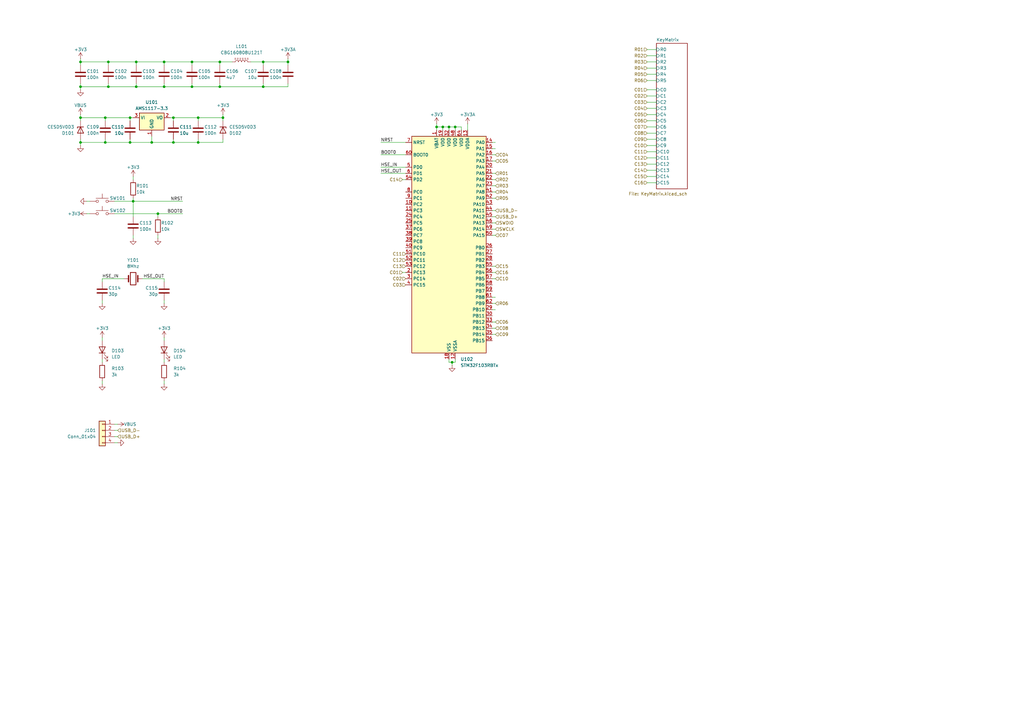
<source format=kicad_sch>
(kicad_sch (version 20231120) (generator "eeschema") (generator_version "8.0")
  (paper "A3")
  (title_block (title "SCKB-XIN") (date "2024-10-05") (rev "1") (company "Scott CJX"))
  (lib_symbols
    (symbol "Connector_Generic:Conn_01x04" (pin_names (offset 1.016) hide)
      (property "Reference" "J" (at 0 5.08 0))
      (property "Value" "Conn_01x04" (at 0 -7.62 0))
      (symbol "Conn_01x04_1_1"
        (rectangle (start -1.27 -4.953) (end 0 -5.207) (stroke (width 0.1524)))
        (rectangle (start -1.27 -2.413) (end 0 -2.667) (stroke (width 0.1524)))
        (rectangle (start -1.27 0.127) (end 0 -0.127) (stroke (width 0.1524)))
        (rectangle (start -1.27 2.667) (end 0 2.413) (stroke (width 0.1524)))
        (rectangle (start -1.27 3.81) (end 1.27 -6.35) (stroke (width 0.254)) (fill (type background)))
        (pin passive line (at -5.08 2.54 0) (length 3.81) (name "Pin_1") (number "1"))
        (pin passive line (at -5.08 0 0) (length 3.81) (name "Pin_2") (number "2"))
        (pin passive line (at -5.08 -2.54 0) (length 3.81) (name "Pin_3") (number "3"))
        (pin passive line (at -5.08 -5.08 0) (length 3.81) (name "Pin_4") (number "4"))
      )
    )
    (symbol "Device:C" (pin_numbers hide) (pin_names (offset 0.254))
      (property "Reference" "C" (at 0.635 2.54 0))
      (property "Value" "C" (at 0.635 -2.54 0))
      (symbol "C_0_1"
        (polyline (pts (xy -2.032 -0.762) (xy 2.032 -0.762)) (stroke (width 0.508)))
        (polyline (pts (xy -2.032 0.762) (xy 2.032 0.762)) (stroke (width 0.508)))
      )
      (symbol "C_1_1"
        (pin passive line (at 0 3.81 270) (length 2.794) (name "~") (number "1"))
        (pin passive line (at 0 -3.81 90) (length 2.794) (name "~") (number "2"))
      )
    )
    (symbol "Device:Crystal" (pin_numbers hide) (pin_names (offset 1.016) hide)
      (property "Reference" "Y" (at 0 3.81 0))
      (property "Value" "Crystal" (at 0 -3.81 0))
      (symbol "Crystal_0_1"
        (rectangle (start -1.143 2.54) (end 1.143 -2.54) (stroke (width 0.3048)))
        (polyline (pts (xy -2.54 0) (xy -1.905 0)))
        (polyline (pts (xy -1.905 -1.27) (xy -1.905 1.27)) (stroke (width 0.508)))
        (polyline (pts (xy 1.905 -1.27) (xy 1.905 1.27)) (stroke (width 0.508)))
        (polyline (pts (xy 2.54 0) (xy 1.905 0)))
      )
      (symbol "Crystal_1_1"
        (pin passive line (at -3.81 0 0) (length 1.27) (name "1") (number "1"))
        (pin passive line (at 3.81 0 180) (length 1.27) (name "2") (number "2"))
      )
    )
    (symbol "Device:D_Zener" (pin_numbers hide) (pin_names (offset 1.016) hide)
      (property "Reference" "D" (at 0 2.54 0))
      (property "Value" "D_Zener" (at 0 -2.54 0))
      (symbol "D_Zener_0_1"
        (polyline (pts (xy 1.27 0) (xy -1.27 0)))
        (polyline (pts (xy -1.27 -1.27) (xy -1.27 1.27) (xy -0.762 1.27)) (stroke (width 0.254)))
        (polyline (pts (xy 1.27 -1.27) (xy 1.27 1.27) (xy -1.27 0) (xy 1.27 -1.27)) (stroke (width 0.254)))
      )
      (symbol "D_Zener_1_1"
        (pin passive line (at -3.81 0 0) (length 2.54) (name "K") (number "1"))
        (pin passive line (at 3.81 0 180) (length 2.54) (name "A") (number "2"))
      )
    )
    (symbol "Device:LED" (pin_numbers hide) (pin_names (offset 1.016) hide)
      (property "Reference" "D" (at 0 2.54 0))
      (property "Value" "LED" (at 0 -2.54 0))
      (symbol "LED_0_1"
        (polyline (pts (xy -1.27 -1.27) (xy -1.27 1.27)) (stroke (width 0.254)))
        (polyline (pts (xy -1.27 0) (xy 1.27 0)))
        (polyline (pts (xy 1.27 -1.27) (xy 1.27 1.27) (xy -1.27 0) (xy 1.27 -1.27)) (stroke (width 0.254)))
        (polyline (pts (xy -3.048 -0.762) (xy -4.572 -2.286) (xy -3.81 -2.286) (xy -4.572 -2.286) (xy -4.572 -1.524)))
        (polyline (pts (xy -1.778 -0.762) (xy -3.302 -2.286) (xy -2.54 -2.286) (xy -3.302 -2.286) (xy -3.302 -1.524)))
      )
      (symbol "LED_1_1"
        (pin passive line (at -3.81 0 0) (length 2.54) (name "K") (number "1"))
        (pin passive line (at 3.81 0 180) (length 2.54) (name "A") (number "2"))
      )
    )
    (symbol "Device:L_Ferrite" (pin_numbers hide) (pin_names (offset 1.016) hide)
      (property "Reference" "L" (at -1.27 0 90))
      (property "Value" "L_Ferrite" (at 2.794 0 90))
      (symbol "L_Ferrite_0_1"
        (arc (start 0 -2.54) (mid 0.6323 -1.905) (end 0 -1.27))
        (arc (start 0 -1.27) (mid 0.6323 -0.635) (end 0 0))
        (polyline (pts (xy 1.016 -2.794) (xy 1.016 -2.286)))
        (polyline (pts (xy 1.016 -1.778) (xy 1.016 -1.27)))
        (polyline (pts (xy 1.016 -0.762) (xy 1.016 -0.254)))
        (polyline (pts (xy 1.016 0.254) (xy 1.016 0.762)))
        (polyline (pts (xy 1.016 1.27) (xy 1.016 1.778)))
        (polyline (pts (xy 1.016 2.286) (xy 1.016 2.794)))
        (polyline (pts (xy 1.524 -2.286) (xy 1.524 -2.794)))
        (polyline (pts (xy 1.524 -1.27) (xy 1.524 -1.778)))
        (polyline (pts (xy 1.524 -0.254) (xy 1.524 -0.762)))
        (polyline (pts (xy 1.524 0.762) (xy 1.524 0.254)))
        (polyline (pts (xy 1.524 1.778) (xy 1.524 1.27)))
        (polyline (pts (xy 1.524 2.794) (xy 1.524 2.286)))
        (arc (start 0 0) (mid 0.6323 0.635) (end 0 1.27))
        (arc (start 0 1.27) (mid 0.6323 1.905) (end 0 2.54))
      )
      (symbol "L_Ferrite_1_1"
        (pin passive line (at 0 3.81 270) (length 1.27) (name "1") (number "1"))
        (pin passive line (at 0 -3.81 90) (length 1.27) (name "2") (number "2"))
      )
    )
    (symbol "Device:R" (pin_numbers hide) (pin_names (offset 0))
      (property "Reference" "R" (at 2.032 0 90))
      (property "Value" "R" (at 0 0 90))
      (symbol "R_0_1"
        (rectangle (start -1.016 -2.54) (end 1.016 2.54) (stroke (width 0.254)))
      )
      (symbol "R_1_1"
        (pin passive line (at 0 3.81 270) (length 1.27) (name "~") (number "1"))
        (pin passive line (at 0 -3.81 90) (length 1.27) (name "~") (number "2"))
      )
    )
    (symbol "MCU_ST_STM32F1:STM32F103RBTx"
      (property "Reference" "U" (at -15.24 46.99 0))
      (property "Value" "STM32F103RBTx" (at 10.16 46.99 0))
      (symbol "STM32F103RBTx_0_1"
        (rectangle (start -15.24 -43.18) (end 15.24 45.72) (stroke (width 0.254)) (fill (type background)))
      )
      (symbol "STM32F103RBTx_1_1"
        (pin power_in line (at -5.08 48.26 270) (length 2.54) (name "VBAT") (number "1"))
        (pin bidirectional line (at -17.78 17.78 0) (length 2.54) (name "PC2") (number "10"))
        (pin bidirectional line (at -17.78 15.24 0) (length 2.54) (name "PC3") (number "11"))
        (pin power_in line (at 2.54 -45.72 90) (length 2.54) (name "VSSA") (number "12"))
        (pin power_in line (at 7.62 48.26 270) (length 2.54) (name "VDDA") (number "13"))
        (pin bidirectional line (at 17.78 43.18 180) (length 2.54) (name "PA0") (number "14"))
        (pin bidirectional line (at 17.78 40.64 180) (length 2.54) (name "PA1") (number "15"))
        (pin bidirectional line (at 17.78 38.1 180) (length 2.54) (name "PA2") (number "16"))
        (pin bidirectional line (at 17.78 35.56 180) (length 2.54) (name "PA3") (number "17"))
        (pin power_in line (at 0 -45.72 90) (length 2.54) (name "VSS") (number "18"))
        (pin power_in line (at -2.54 48.26 270) (length 2.54) (name "VDD") (number "19"))
        (pin bidirectional line (at -17.78 -10.16 0) (length 2.54) (name "PC13") (number "2"))
        (pin bidirectional line (at 17.78 33.02 180) (length 2.54) (name "PA4") (number "20"))
        (pin bidirectional line (at 17.78 30.48 180) (length 2.54) (name "PA5") (number "21"))
        (pin bidirectional line (at 17.78 27.94 180) (length 2.54) (name "PA6") (number "22"))
        (pin bidirectional line (at 17.78 25.4 180) (length 2.54) (name "PA7") (number "23"))
        (pin bidirectional line (at -17.78 12.7 0) (length 2.54) (name "PC4") (number "24"))
        (pin bidirectional line (at -17.78 10.16 0) (length 2.54) (name "PC5") (number "25"))
        (pin bidirectional line (at 17.78 0 180) (length 2.54) (name "PB0") (number "26"))
        (pin bidirectional line (at 17.78 -2.54 180) (length 2.54) (name "PB1") (number "27"))
        (pin bidirectional line (at 17.78 -5.08 180) (length 2.54) (name "PB2") (number "28"))
        (pin bidirectional line (at 17.78 -25.4 180) (length 2.54) (name "PB10") (number "29"))
        (pin bidirectional line (at -17.78 -12.7 0) (length 2.54) (name "PC14") (number "3"))
        (pin bidirectional line (at 17.78 -27.94 180) (length 2.54) (name "PB11") (number "30"))
        (pin passive line (at 0 -45.72 90) (length 2.54) hide (name "VSS") (number "31"))
        (pin power_in line (at 0 48.26 270) (length 2.54) (name "VDD") (number "32"))
        (pin bidirectional line (at 17.78 -30.48 180) (length 2.54) (name "PB12") (number "33"))
        (pin bidirectional line (at 17.78 -33.02 180) (length 2.54) (name "PB13") (number "34"))
        (pin bidirectional line (at 17.78 -35.56 180) (length 2.54) (name "PB14") (number "35"))
        (pin bidirectional line (at 17.78 -38.1 180) (length 2.54) (name "PB15") (number "36"))
        (pin bidirectional line (at -17.78 7.62 0) (length 2.54) (name "PC6") (number "37"))
        (pin bidirectional line (at -17.78 5.08 0) (length 2.54) (name "PC7") (number "38"))
        (pin bidirectional line (at -17.78 2.54 0) (length 2.54) (name "PC8") (number "39"))
        (pin bidirectional line (at -17.78 -15.24 0) (length 2.54) (name "PC15") (number "4"))
        (pin bidirectional line (at -17.78 0 0) (length 2.54) (name "PC9") (number "40"))
        (pin bidirectional line (at 17.78 22.86 180) (length 2.54) (name "PA8") (number "41"))
        (pin bidirectional line (at 17.78 20.32 180) (length 2.54) (name "PA9") (number "42"))
        (pin bidirectional line (at 17.78 17.78 180) (length 2.54) (name "PA10") (number "43"))
        (pin bidirectional line (at 17.78 15.24 180) (length 2.54) (name "PA11") (number "44"))
        (pin bidirectional line (at 17.78 12.7 180) (length 2.54) (name "PA12") (number "45"))
        (pin bidirectional line (at 17.78 10.16 180) (length 2.54) (name "PA13") (number "46"))
        (pin passive line (at 0 -45.72 90) (length 2.54) hide (name "VSS") (number "47"))
        (pin power_in line (at 2.54 48.26 270) (length 2.54) (name "VDD") (number "48"))
        (pin bidirectional line (at 17.78 7.62 180) (length 2.54) (name "PA14") (number "49"))
        (pin bidirectional line (at -17.78 33.02 0) (length 2.54) (name "PD0") (number "5"))
        (pin bidirectional line (at 17.78 5.08 180) (length 2.54) (name "PA15") (number "50"))
        (pin bidirectional line (at -17.78 -2.54 0) (length 2.54) (name "PC10") (number "51"))
        (pin bidirectional line (at -17.78 -5.08 0) (length 2.54) (name "PC11") (number "52"))
        (pin bidirectional line (at -17.78 -7.62 0) (length 2.54) (name "PC12") (number "53"))
        (pin bidirectional line (at -17.78 27.94 0) (length 2.54) (name "PD2") (number "54"))
        (pin bidirectional line (at 17.78 -7.62 180) (length 2.54) (name "PB3") (number "55"))
        (pin bidirectional line (at 17.78 -10.16 180) (length 2.54) (name "PB4") (number "56"))
        (pin bidirectional line (at 17.78 -12.7 180) (length 2.54) (name "PB5") (number "57"))
        (pin bidirectional line (at 17.78 -15.24 180) (length 2.54) (name "PB6") (number "58"))
        (pin bidirectional line (at 17.78 -17.78 180) (length 2.54) (name "PB7") (number "59"))
        (pin bidirectional line (at -17.78 30.48 0) (length 2.54) (name "PD1") (number "6"))
        (pin input line (at -17.78 38.1 0) (length 2.54) (name "BOOT0") (number "60"))
        (pin bidirectional line (at 17.78 -20.32 180) (length 2.54) (name "PB8") (number "61"))
        (pin bidirectional line (at 17.78 -22.86 180) (length 2.54) (name "PB9") (number "62"))
        (pin passive line (at 0 -45.72 90) (length 2.54) hide (name "VSS") (number "63"))
        (pin power_in line (at 5.08 48.26 270) (length 2.54) (name "VDD") (number "64"))
        (pin input line (at -17.78 43.18 0) (length 2.54) (name "NRST") (number "7"))
        (pin bidirectional line (at -17.78 22.86 0) (length 2.54) (name "PC0") (number "8"))
        (pin bidirectional line (at -17.78 20.32 0) (length 2.54) (name "PC1") (number "9"))
      )
    )
    (symbol "Regulator_Linear:AMS1117-3.3"
      (property "Reference" "U" (at -3.81 3.175 0))
      (property "Value" "AMS1117-3.3" (at 0 3.175 0))
      (symbol "AMS1117-3.3_0_1"
        (rectangle (start -5.08 -5.08) (end 5.08 1.905) (stroke (width 0.254)) (fill (type background)))
      )
      (symbol "AMS1117-3.3_1_1"
        (pin power_in line (at 0 -7.62 90) (length 2.54) (name "GND") (number "1"))
        (pin power_out line (at 7.62 0 180) (length 2.54) (name "VO") (number "2"))
        (pin power_in line (at -7.62 0 0) (length 2.54) (name "VI") (number "3"))
      )
    )
    (symbol "Switch:SW_Push" (pin_numbers hide) (pin_names (offset 1.016) hide)
      (property "Reference" "SW" (at 1.27 2.54 0))
      (property "Value" "SW_Push" (at 0 -1.524 0))
      (symbol "SW_Push_0_1"
        (circle (center -2.032 0) (radius 0.508))
        (polyline (pts (xy 0 1.27) (xy 0 3.048)))
        (polyline (pts (xy 2.54 1.27) (xy -2.54 1.27)))
        (circle (center 2.032 0) (radius 0.508))
        (pin passive line (at -5.08 0 0) (length 2.54) (name "1") (number "1"))
        (pin passive line (at 5.08 0 180) (length 2.54) (name "2") (number "2"))
      )
    )
    (symbol "power:+3.3VA" (power) (pin_numbers hide) (pin_names (offset 0) hide)
      (property "Value" "+3.3VA" (at 0 3.556 0))
      (symbol "+3.3VA_0_1"
        (polyline (pts (xy -0.762 1.27) (xy 0 2.54)))
        (polyline (pts (xy 0 0) (xy 0 2.54)))
        (polyline (pts (xy 0 2.54) (xy 0.762 1.27)))
      )
      (symbol "+3.3VA_1_1"
        (pin power_in line (at 0 0 90) (length 0) (name "~") (number "1"))
      )
    )
    (symbol "power:+3V3" (power) (pin_numbers hide) (pin_names (offset 0) hide)
      (property "Value" "+3V3" (at 0 3.556 0))
      (symbol "+3V3_0_1"
        (polyline (pts (xy -0.762 1.27) (xy 0 2.54)))
        (polyline (pts (xy 0 0) (xy 0 2.54)))
        (polyline (pts (xy 0 2.54) (xy 0.762 1.27)))
      )
      (symbol "+3V3_1_1"
        (pin power_in line (at 0 0 90) (length 0) (name "~") (number "1"))
      )
    )
    (symbol "power:GND" (power) (pin_numbers hide) (pin_names (offset 0) hide)
      (property "Value" "GND" (at 0 -3.81 0))
      (symbol "GND_0_1"
        (polyline (pts (xy 0 0) (xy 0 -1.27) (xy 1.27 -1.27) (xy 0 -2.54) (xy -1.27 -1.27) (xy 0 -1.27)))
      )
      (symbol "GND_1_1"
        (pin power_in line (at 0 0 270) (length 0) (name "~") (number "1"))
      )
    )
    (symbol "power:VBUS" (power) (pin_numbers hide) (pin_names (offset 0) hide)
      (property "Value" "VBUS" (at 0 3.556 0))
      (symbol "VBUS_0_1"
        (polyline (pts (xy -0.762 1.27) (xy 0 2.54)))
        (polyline (pts (xy 0 0) (xy 0 2.54)))
        (polyline (pts (xy 0 2.54) (xy 0.762 1.27)))
      )
      (symbol "VBUS_1_1"
        (pin power_in line (at 0 0 90) (length 0) (name "~") (number "1"))
      )
    )
  )
  (junction (at 184.15 52.07))
  (junction (at 53.34 58.42))
  (junction (at 64.77 87.63))
  (junction (at 181.61 52.07))
  (junction (at 67.31 35.56))
  (junction (at 33.02 48.26))
  (junction (at 33.02 58.42))
  (junction (at 55.88 35.56))
  (junction (at 44.45 35.56))
  (junction (at 71.12 58.42))
  (junction (at 33.02 35.56))
  (junction (at 78.74 35.56))
  (junction (at 67.31 25.4))
  (junction (at 78.74 25.4))
  (junction (at 71.12 48.26))
  (junction (at 90.17 35.56))
  (junction (at 54.61 82.55))
  (junction (at 33.02 25.4))
  (junction (at 179.07 52.07))
  (junction (at 91.44 48.26))
  (junction (at 44.45 25.4))
  (junction (at 81.28 48.26))
  (junction (at 90.17 25.4))
  (junction (at 107.95 35.56))
  (junction (at 186.69 52.07))
  (junction (at 53.34 48.26))
  (junction (at 118.11 25.4))
  (junction (at 43.18 58.42))
  (junction (at 43.18 48.26))
  (junction (at 81.28 58.42))
  (junction (at 55.88 25.4))
  (junction (at 185.42 148.59))
  (junction (at 107.95 25.4))
  (junction (at 62.23 58.42))
  (wire (pts (xy 71.12 48.26) (xy 71.12 49.53)))
  (wire (pts (xy 64.77 87.63) (xy 74.93 87.63)))
  (wire (pts (xy 55.88 25.4) (xy 67.31 25.4)))
  (wire (pts (xy 33.02 59.69) (xy 33.02 58.42)))
  (wire (pts (xy 118.11 24.13) (xy 118.11 25.4)))
  (wire (pts (xy 44.45 25.4) (xy 55.88 25.4)))
  (wire (pts (xy 81.28 48.26) (xy 81.28 49.53)))
  (wire (pts (xy 33.02 25.4) (xy 44.45 25.4)))
  (wire (pts (xy 156.21 68.58) (xy 166.37 68.58)))
  (wire (pts (xy 55.88 35.56) (xy 55.88 34.29)))
  (wire (pts (xy 265.43 33.02) (xy 269.24 33.02)))
  (wire (pts (xy 71.12 57.15) (xy 71.12 58.42)))
  (wire (pts (xy 265.43 72.39) (xy 269.24 72.39)))
  (wire (pts (xy 48.26 181.61) (xy 46.99 181.61)))
  (wire (pts (xy 33.02 58.42) (xy 43.18 58.42)))
  (wire (pts (xy 54.61 82.55) (xy 74.93 82.55)))
  (wire (pts (xy 203.2 109.22) (xy 201.93 109.22)))
  (wire (pts (xy 203.2 127) (xy 201.93 127)))
  (wire (pts (xy 156.21 58.42) (xy 166.37 58.42)))
  (wire (pts (xy 265.43 57.15) (xy 269.24 57.15)))
  (wire (pts (xy 265.43 67.31) (xy 269.24 67.31)))
  (wire (pts (xy 67.31 25.4) (xy 78.74 25.4)))
  (wire (pts (xy 203.2 58.42) (xy 201.93 58.42)))
  (wire (pts (xy 203.2 134.62) (xy 201.93 134.62)))
  (wire (pts (xy 67.31 147.32) (xy 67.31 148.59)))
  (wire (pts (xy 33.02 48.26) (xy 43.18 48.26)))
  (wire (pts (xy 203.2 71.12) (xy 201.93 71.12)))
  (wire (pts (xy 78.74 25.4) (xy 90.17 25.4)))
  (wire (pts (xy 265.43 74.93) (xy 269.24 74.93)))
  (wire (pts (xy 191.77 50.8) (xy 191.77 53.34)))
  (wire (pts (xy 81.28 48.26) (xy 91.44 48.26)))
  (wire (pts (xy 53.34 58.42) (xy 62.23 58.42)))
  (wire (pts (xy 184.15 52.07) (xy 186.69 52.07)))
  (wire (pts (xy 53.34 57.15) (xy 53.34 58.42)))
  (wire (pts (xy 203.2 121.92) (xy 201.93 121.92)))
  (wire (pts (xy 203.2 86.36) (xy 201.93 86.36)))
  (wire (pts (xy 91.44 49.53) (xy 91.44 48.26)))
  (wire (pts (xy 179.07 52.07) (xy 179.07 53.34)))
  (wire (pts (xy 90.17 25.4) (xy 90.17 26.67)))
  (wire (pts (xy 186.69 147.32) (xy 186.69 148.59)))
  (wire (pts (xy 78.74 35.56) (xy 90.17 35.56)))
  (wire (pts (xy 165.1 73.66) (xy 166.37 73.66)))
  (wire (pts (xy 35.56 87.63) (xy 36.83 87.63)))
  (wire (pts (xy 186.69 52.07) (xy 189.23 52.07)))
  (wire (pts (xy 44.45 25.4) (xy 44.45 26.67)))
  (wire (pts (xy 265.43 69.85) (xy 269.24 69.85)))
  (wire (pts (xy 107.95 25.4) (xy 107.95 26.67)))
  (wire (pts (xy 185.42 149.86) (xy 185.42 148.59)))
  (wire (pts (xy 48.26 176.53) (xy 46.99 176.53)))
  (wire (pts (xy 54.61 81.28) (xy 54.61 82.55)))
  (wire (pts (xy 71.12 48.26) (xy 81.28 48.26)))
  (wire (pts (xy 54.61 96.52) (xy 54.61 97.79)))
  (wire (pts (xy 265.43 36.83) (xy 269.24 36.83)))
  (wire (pts (xy 71.12 48.26) (xy 69.85 48.26)))
  (wire (pts (xy 62.23 58.42) (xy 71.12 58.42)))
  (wire (pts (xy 55.88 35.56) (xy 67.31 35.56)))
  (wire (pts (xy 67.31 156.21) (xy 67.31 157.48)))
  (wire (pts (xy 43.18 57.15) (xy 43.18 58.42)))
  (wire (pts (xy 179.07 52.07) (xy 181.61 52.07)))
  (wire (pts (xy 44.45 35.56) (xy 55.88 35.56)))
  (wire (pts (xy 203.2 93.98) (xy 201.93 93.98)))
  (wire (pts (xy 265.43 20.32) (xy 269.24 20.32)))
  (wire (pts (xy 265.43 59.69) (xy 269.24 59.69)))
  (wire (pts (xy 203.2 76.2) (xy 201.93 76.2)))
  (wire (pts (xy 81.28 58.42) (xy 91.44 58.42)))
  (wire (pts (xy 46.99 87.63) (xy 64.77 87.63)))
  (wire (pts (xy 67.31 123.19) (xy 67.31 124.46)))
  (wire (pts (xy 265.43 64.77) (xy 269.24 64.77)))
  (wire (pts (xy 44.45 35.56) (xy 44.45 34.29)))
  (wire (pts (xy 54.61 82.55) (xy 54.61 88.9)))
  (wire (pts (xy 118.11 35.56) (xy 107.95 35.56)))
  (wire (pts (xy 118.11 34.29) (xy 118.11 35.56)))
  (wire (pts (xy 64.77 96.52) (xy 64.77 97.79)))
  (wire (pts (xy 33.02 57.15) (xy 33.02 58.42)))
  (wire (pts (xy 203.2 137.16) (xy 201.93 137.16)))
  (wire (pts (xy 189.23 52.07) (xy 189.23 53.34)))
  (wire (pts (xy 181.61 52.07) (xy 181.61 53.34)))
  (wire (pts (xy 91.44 57.15) (xy 91.44 58.42)))
  (wire (pts (xy 81.28 57.15) (xy 81.28 58.42)))
  (wire (pts (xy 203.2 73.66) (xy 201.93 73.66)))
  (wire (pts (xy 102.87 25.4) (xy 107.95 25.4)))
  (wire (pts (xy 35.56 82.55) (xy 36.83 82.55)))
  (wire (pts (xy 54.61 72.39) (xy 54.61 73.66)))
  (wire (pts (xy 67.31 25.4) (xy 67.31 26.67)))
  (wire (pts (xy 67.31 138.43) (xy 67.31 139.7)))
  (wire (pts (xy 41.91 114.3) (xy 50.8 114.3)))
  (wire (pts (xy 43.18 48.26) (xy 43.18 49.53)))
  (wire (pts (xy 265.43 39.37) (xy 269.24 39.37)))
  (wire (pts (xy 41.91 156.21) (xy 41.91 157.48)))
  (wire (pts (xy 91.44 46.99) (xy 91.44 48.26)))
  (wire (pts (xy 265.43 30.48) (xy 269.24 30.48)))
  (wire (pts (xy 62.23 55.88) (xy 62.23 58.42)))
  (wire (pts (xy 41.91 138.43) (xy 41.91 139.7)))
  (wire (pts (xy 33.02 25.4) (xy 33.02 26.67)))
  (wire (pts (xy 90.17 25.4) (xy 95.25 25.4)))
  (wire (pts (xy 203.2 124.46) (xy 201.93 124.46)))
  (wire (pts (xy 81.28 58.42) (xy 71.12 58.42)))
  (wire (pts (xy 265.43 41.91) (xy 269.24 41.91)))
  (wire (pts (xy 107.95 25.4) (xy 118.11 25.4)))
  (wire (pts (xy 203.2 111.76) (xy 201.93 111.76)))
  (wire (pts (xy 41.91 115.57) (xy 41.91 114.3)))
  (wire (pts (xy 33.02 35.56) (xy 33.02 36.83)))
  (wire (pts (xy 107.95 34.29) (xy 107.95 35.56)))
  (wire (pts (xy 78.74 25.4) (xy 78.74 26.67)))
  (wire (pts (xy 265.43 54.61) (xy 269.24 54.61)))
  (wire (pts (xy 265.43 22.86) (xy 269.24 22.86)))
  (wire (pts (xy 58.42 114.3) (xy 67.31 114.3)))
  (wire (pts (xy 156.21 71.12) (xy 166.37 71.12)))
  (wire (pts (xy 67.31 35.56) (xy 67.31 34.29)))
  (wire (pts (xy 165.1 111.76) (xy 166.37 111.76)))
  (wire (pts (xy 203.2 78.74) (xy 201.93 78.74)))
  (wire (pts (xy 203.2 81.28) (xy 201.93 81.28)))
  (wire (pts (xy 181.61 52.07) (xy 184.15 52.07)))
  (wire (pts (xy 185.42 148.59) (xy 184.15 148.59)))
  (wire (pts (xy 203.2 132.08) (xy 201.93 132.08)))
  (wire (pts (xy 203.2 63.5) (xy 201.93 63.5)))
  (wire (pts (xy 265.43 49.53) (xy 269.24 49.53)))
  (wire (pts (xy 33.02 24.13) (xy 33.02 25.4)))
  (wire (pts (xy 184.15 148.59) (xy 184.15 147.32)))
  (wire (pts (xy 203.2 60.96) (xy 201.93 60.96)))
  (wire (pts (xy 90.17 35.56) (xy 107.95 35.56)))
  (wire (pts (xy 48.26 179.07) (xy 46.99 179.07)))
  (wire (pts (xy 265.43 46.99) (xy 269.24 46.99)))
  (wire (pts (xy 33.02 46.99) (xy 33.02 48.26)))
  (wire (pts (xy 118.11 25.4) (xy 118.11 26.67)))
  (wire (pts (xy 48.26 173.99) (xy 46.99 173.99)))
  (wire (pts (xy 78.74 35.56) (xy 78.74 34.29)))
  (wire (pts (xy 33.02 35.56) (xy 33.02 34.29)))
  (wire (pts (xy 90.17 35.56) (xy 90.17 34.29)))
  (wire (pts (xy 203.2 96.52) (xy 201.93 96.52)))
  (wire (pts (xy 186.69 52.07) (xy 186.69 53.34)))
  (wire (pts (xy 53.34 48.26) (xy 54.61 48.26)))
  (wire (pts (xy 41.91 147.32) (xy 41.91 148.59)))
  (wire (pts (xy 265.43 62.23) (xy 269.24 62.23)))
  (wire (pts (xy 265.43 27.94) (xy 269.24 27.94)))
  (wire (pts (xy 33.02 35.56) (xy 44.45 35.56)))
  (wire (pts (xy 43.18 48.26) (xy 53.34 48.26)))
  (wire (pts (xy 186.69 148.59) (xy 185.42 148.59)))
  (wire (pts (xy 203.2 91.44) (xy 201.93 91.44)))
  (wire (pts (xy 156.21 63.5) (xy 166.37 63.5)))
  (wire (pts (xy 179.07 50.8) (xy 179.07 52.07)))
  (wire (pts (xy 67.31 114.3) (xy 67.31 115.57)))
  (wire (pts (xy 46.99 82.55) (xy 54.61 82.55)))
  (wire (pts (xy 184.15 52.07) (xy 184.15 53.34)))
  (wire (pts (xy 53.34 48.26) (xy 53.34 49.53)))
  (wire (pts (xy 41.91 123.19) (xy 41.91 124.46)))
  (wire (pts (xy 265.43 52.07) (xy 269.24 52.07)))
  (wire (pts (xy 33.02 48.26) (xy 33.02 49.53)))
  (wire (pts (xy 43.18 58.42) (xy 53.34 58.42)))
  (wire (pts (xy 203.2 88.9) (xy 201.93 88.9)))
  (wire (pts (xy 203.2 114.3) (xy 201.93 114.3)))
  (wire (pts (xy 55.88 25.4) (xy 55.88 26.67)))
  (wire (pts (xy 203.2 66.04) (xy 201.93 66.04)))
  (wire (pts (xy 67.31 35.56) (xy 78.74 35.56)))
  (wire (pts (xy 265.43 44.45) (xy 269.24 44.45)))
  (wire (pts (xy 265.43 25.4) (xy 269.24 25.4)))
  (wire (pts (xy 64.77 87.63) (xy 64.77 88.9)))
  (label "HSE_IN" (at 156.21 68.58 0))
  (label "BOOT0" (at 74.93 87.63 180))
  (label "BOOT0" (at 156.21 63.5 0))
  (label "NRST" (at 156.21 58.42 0))
  (label "NRST" (at 74.93 82.55 180))
  (label "HSE_OUT" (at 67.31 114.3 180))
  (label "HSE_OUT" (at 156.21 71.12 0))
  (label "HSE_IN" (at 41.91 114.3 0))
  (hierarchical_label "R04" (shape input) (at 265.43 27.94 180))
  (hierarchical_label "C09" (shape input) (at 265.43 57.15 180))
  (hierarchical_label "C06" (shape input) (at 203.2 132.08 0))
  (hierarchical_label "C16" (shape input) (at 203.2 111.76 0))
  (hierarchical_label "C14" (shape input) (at 165.1 73.66 180))
  (hierarchical_label "SWDIO" (shape input) (at 203.2 91.44 0))
  (hierarchical_label "C07" (shape input) (at 203.2 96.52 0))
  (hierarchical_label "C02" (shape input) (at 265.43 39.37 180))
  (hierarchical_label "C01" (shape input) (at 265.43 36.83 180))
  (hierarchical_label "C12" (shape input) (at 166.37 106.68 180))
  (hierarchical_label "C06" (shape input) (at 265.43 49.53 180))
  (hierarchical_label "C02" (shape input) (at 166.37 114.3 180))
  (hierarchical_label "R01" (shape input) (at 203.2 71.12 0))
  (hierarchical_label "C14" (shape input) (at 265.43 69.85 180))
  (hierarchical_label "R06" (shape input) (at 203.2 124.46 0))
  (hierarchical_label "R05" (shape input) (at 265.43 30.48 180))
  (hierarchical_label "USB_D+" (shape input) (at 203.2 88.9 0))
  (hierarchical_label "USB_D-" (shape input) (at 48.26 176.53 0))
  (hierarchical_label "C03" (shape input) (at 265.43 41.91 180))
  (hierarchical_label "R05" (shape input) (at 203.2 81.28 0))
  (hierarchical_label "C01" (shape input) (at 165.1 111.76 180))
  (hierarchical_label "R02" (shape input) (at 265.43 22.86 180))
  (hierarchical_label "C03" (shape input) (at 166.37 116.84 180))
  (hierarchical_label "C12" (shape input) (at 265.43 64.77 180))
  (hierarchical_label "R06" (shape input) (at 265.43 33.02 180))
  (hierarchical_label "C04" (shape input) (at 265.43 44.45 180))
  (hierarchical_label "C11" (shape input) (at 166.37 104.14 180))
  (hierarchical_label "C10" (shape input) (at 265.43 59.69 180))
  (hierarchical_label "R02" (shape input) (at 203.2 73.66 0))
  (hierarchical_label "C05" (shape input) (at 265.43 46.99 180))
  (hierarchical_label "C16" (shape input) (at 265.43 74.93 180))
  (hierarchical_label "C15" (shape input) (at 203.2 109.22 0))
  (hierarchical_label "C04" (shape input) (at 203.2 63.5 0))
  (hierarchical_label "C11" (shape input) (at 265.43 62.23 180))
  (hierarchical_label "R01" (shape input) (at 265.43 20.32 180))
  (hierarchical_label "C15" (shape input) (at 265.43 72.39 180))
  (hierarchical_label "C08" (shape input) (at 203.2 134.62 0))
  (hierarchical_label "R03" (shape input) (at 203.2 76.2 0))
  (hierarchical_label "C09" (shape input) (at 203.2 137.16 0))
  (hierarchical_label "USB_D+" (shape input) (at 48.26 179.07 0))
  (hierarchical_label "R03" (shape input) (at 265.43 25.4 180))
  (hierarchical_label "SWCLK" (shape input) (at 203.2 93.98 0))
  (hierarchical_label "C13" (shape input) (at 166.37 109.22 180))
  (hierarchical_label "C07" (shape input) (at 265.43 52.07 180))
  (hierarchical_label "C05" (shape input) (at 203.2 66.04 0))
  (hierarchical_label "R04" (shape input) (at 203.2 78.74 0))
  (hierarchical_label "C10" (shape input) (at 203.2 114.3 0))
  (hierarchical_label "C08" (shape input) (at 265.43 54.61 180))
  (hierarchical_label "C13" (shape input) (at 265.43 67.31 180))
  (hierarchical_label "USB_D-" (shape input) (at 203.2 86.36 0))
  (symbol (lib_id "Device:LED") (at 41.91 143.51 90) (unit 1)
    (property "Reference" "D103" (at 45.72 143.8274 90) (effects (justify right)))
    (property "Value" "LED" (at 45.72 146.3674 90) (effects (justify right)))
    (property "Description" "Light emitting diode" (effects (hide yes)))
  )
  (symbol (lib_id "Device:C") (at 81.28 53.34 0) (mirror y) (unit 1)
    (property "Reference" "C112" (at 83.82 52.07 0) (effects (justify right)))
    (property "Value" "100n" (at 83.82 54.61 0) (effects (justify right)))
    (property "Footprint" "lib:C_0402_1005Metric" (effects (hide yes)))
    (property "Description" "Unpolarized capacitor" (effects (hide yes)))
    (property "LCSC" "C307331" (effects (hide yes)))
  )
  (symbol (lib_id "power:+3V3") (at 35.56 87.63 90) (unit 1)
    (property "Reference" "#PWR0111" (effects (hide yes)))
    (property "Value" "+3V3" (at 33.02 87.63 90) (effects (justify left)))
    (property "Description" "Power symbol creates a global label with name \"+3V3\"" (effects (hide yes)))
  )
  (symbol (lib_id "power:GND") (at 67.31 157.48 0) (mirror y) (unit 1)
    (property "Reference" "#PWR0120" (effects (hide yes)))
    (property "Value" "GND" (effects (hide yes)))
    (property "Description" "Power symbol creates a global label with name \"GND\" , ground" (effects (hide yes)))
  )
  (symbol (lib_id "Device:R") (at 67.31 152.4 0) (unit 1)
    (property "Reference" "R104" (at 71.12 151.13 0) (effects (justify left)))
    (property "Value" "3k" (at 71.12 153.67 0) (effects (justify left)))
    (property "Footprint" "lib:R_0402_1005Metric" (effects (hide yes)))
    (property "Description" "Resistor" (effects (hide yes)))
  )
  (symbol (lib_id "power:GND") (at 35.56 82.55 270) (unit 1)
    (property "Reference" "#PWR0110" (effects (hide yes)))
    (property "Value" "GND" (effects (hide yes)))
    (property "Description" "Power symbol creates a global label with name \"GND\" , ground" (effects (hide yes)))
  )
  (symbol (lib_id "Device:C") (at 67.31 119.38 0) (mirror x) (unit 1)
    (property "Reference" "C115" (at 64.77 118.11 0) (effects (justify right)))
    (property "Value" "30p" (at 64.77 120.65 0) (effects (justify right)))
    (property "Footprint" "lib:C_0603_1608Metric" (effects (hide yes)))
    (property "Description" "Unpolarized capacitor" (effects (hide yes)))
    (property "LCSC" "C1658" (effects (hide yes)))
  )
  (symbol (lib_id "Device:D_Zener") (at 33.02 53.34 90) (mirror x) (unit 1)
    (property "Reference" "D101" (at 30.48 54.6101 90) (effects (justify left)))
    (property "Value" "CESD5V0D3" (at 30.48 52.0701 90) (effects (justify left)))
    (property "Footprint" "lib:D_SOD-323" (effects (hide yes)))
    (property "Description" "Zener diode" (effects (hide yes)))
    (property "LCSC" "C19829531" (effects (hide yes)))
  )
  (symbol (lib_id "Device:Crystal") (at 54.61 114.3 0) (unit 1)
    (property "Reference" "Y101" (at 54.61 106.68 0))
    (property "Value" "8Mhz" (at 54.61 109.22 0))
    (property "Footprint" "lib:Crystal_SMD_5032-2Pin_5.0x3.2mm" (effects (hide yes)))
    (property "Description" "Two pin crystal" (effects (hide yes)))
    (property "LCSC" "C115962" (effects (hide yes)))
  )
  (symbol (lib_id "power:+3.3VA") (at 118.11 24.13 0) (unit 1)
    (property "Reference" "#PWR0102" (effects (hide yes)))
    (property "Value" "+3V3A" (at 118.11 20.32 0))
    (property "Description" "Power symbol creates a global label with name \"+3.3VA\"" (effects (hide yes)))
  )
  (symbol (lib_id "Device:C") (at 71.12 53.34 0) (mirror y) (unit 1)
    (property "Reference" "C111" (at 73.66 52.07 0) (effects (justify right)))
    (property "Value" "10u" (at 73.66 54.61 0) (effects (justify right)))
    (property "Footprint" "lib:C_0603_1608Metric" (effects (hide yes)))
    (property "Description" "Unpolarized capacitor" (effects (hide yes)))
    (property "LCSC" "C96446" (effects (hide yes)))
  )
  (symbol (lib_id "Device:LED") (at 67.31 143.51 90) (unit 1)
    (property "Reference" "D104" (at 71.12 143.8274 90) (effects (justify right)))
    (property "Value" "LED" (at 71.12 146.3674 90) (effects (justify right)))
    (property "Description" "Light emitting diode" (effects (hide yes)))
  )
  (symbol (lib_id "MCU_ST_STM32F1:STM32F103RBTx") (at 184.15 101.6 0) (unit 1)
    (property "Reference" "U102" (at 188.8841 147.32 0) (effects (justify left)))
    (property "Value" "STM32F103RBTx" (at 188.8841 149.86 0) (effects (justify left)))
    (property "Footprint" "lib:LQFP-64_10x10mm_P0.5mm" (effects (hide yes)))
    (property "Datasheet" "https://www.st.com/resource/en/datasheet/stm32f103rb.pdf" (effects (hide yes)))
    (property "Description" "STMicroelectronics Arm Cortex-M3 MCU, 128KB flash, 20KB RAM, 72 MHz, 2.0-3.6V, 51 GPIO, LQFP64" (effects (hide yes)))
    (property "LCSC" "C8735" (effects (hide yes)))
  )
  (symbol (lib_id "power:GND") (at 41.91 157.48 0) (mirror y) (unit 1)
    (property "Reference" "#PWR0119" (effects (hide yes)))
    (property "Value" "GND" (effects (hide yes)))
    (property "Description" "Power symbol creates a global label with name \"GND\" , ground" (effects (hide yes)))
  )
  (symbol (lib_id "power:GND") (at 185.42 149.86 0) (mirror y) (unit 1)
    (property "Reference" "#PWR0118" (effects (hide yes)))
    (property "Value" "GND" (effects (hide yes)))
    (property "Description" "Power symbol creates a global label with name \"GND\" , ground" (effects (hide yes)))
  )
  (symbol (lib_id "Device:C") (at 44.45 30.48 0) (mirror y) (unit 1)
    (property "Reference" "C102" (at 46.99 29.21 0) (effects (justify right)))
    (property "Value" "100n" (at 46.99 31.75 0) (effects (justify right)))
    (property "Footprint" "lib:C_0402_1005Metric" (effects (hide yes)))
    (property "Description" "Unpolarized capacitor" (effects (hide yes)))
    (property "LCSC" "C307331" (effects (hide yes)))
  )
  (symbol (lib_id "power:+3V3") (at 179.07 50.8 0) (unit 1)
    (property "Reference" "#PWR0106" (effects (hide yes)))
    (property "Value" "+3V3" (at 179.07 46.99 0))
    (property "Description" "Power symbol creates a global label with name \"+3V3\"" (effects (hide yes)))
  )
  (symbol (lib_id "power:VBUS") (at 48.26 173.99 270) (mirror x) (unit 1)
    (property "Reference" "#PWR0121" (effects (hide yes)))
    (property "Value" "VBUS" (at 50.8 173.99 90) (effects (justify left)))
    (property "Description" "Power symbol creates a global label with name \"VBUS\"" (effects (hide yes)))
  )
  (symbol (lib_id "Connector_Generic:Conn_01x04") (at 41.91 176.53 0) (mirror y) (unit 1)
    (property "Reference" "J101" (at 39.37 176.5299 0) (effects (justify left)))
    (property "Value" "Conn_01x04" (at 39.37 179.0699 0) (effects (justify left)))
    (property "Description" "Generic connector, single row, 01x04, script generated (kicad-library-utils/schlib/autogen/connector/)" (effects (hide yes)))
  )
  (symbol (lib_id "power:GND") (at 67.31 124.46 0) (unit 1)
    (property "Reference" "#PWR0115" (effects (hide yes)))
    (property "Value" "GND" (effects (hide yes)))
    (property "Description" "Power symbol creates a global label with name \"GND\" , ground" (effects (hide yes)))
  )
  (symbol (lib_id "Device:C") (at 41.91 119.38 180) (unit 1)
    (property "Reference" "C114" (at 44.45 118.11 0) (effects (justify right)))
    (property "Value" "30p" (at 44.45 120.65 0) (effects (justify right)))
    (property "Footprint" "lib:C_0603_1608Metric" (effects (hide yes)))
    (property "Description" "Unpolarized capacitor" (effects (hide yes)))
    (property "LCSC" "C1658" (effects (hide yes)))
  )
  (symbol (lib_id "Device:C") (at 55.88 30.48 0) (mirror y) (unit 1)
    (property "Reference" "C103" (at 58.42 29.21 0) (effects (justify right)))
    (property "Value" "100n" (at 58.42 31.75 0) (effects (justify right)))
    (property "Footprint" "lib:C_0402_1005Metric" (effects (hide yes)))
    (property "Description" "Unpolarized capacitor" (effects (hide yes)))
    (property "LCSC" "C307331" (effects (hide yes)))
  )
  (symbol (lib_id "Switch:SW_Push") (at 41.91 87.63 0) (unit 1)
    (property "Reference" "SW102" (at 48.26 86.36 0))
    (property "Value" "BOOT0" (effects (hide yes)))
    (property "Description" "Push button switch, generic, two pins" (effects (hide yes)))
  )
  (symbol (lib_id "power:+3V3") (at 91.44 46.99 0) (unit 1)
    (property "Reference" "#PWR0105" (effects (hide yes)))
    (property "Value" "+3V3" (at 91.44 43.18 0))
    (property "Description" "Power symbol creates a global label with name \"+3V3\"" (effects (hide yes)))
  )
  (symbol (lib_id "power:GND") (at 64.77 97.79 0) (unit 1)
    (property "Reference" "#PWR0113" (effects (hide yes)))
    (property "Value" "GND" (effects (hide yes)))
    (property "Description" "Power symbol creates a global label with name \"GND\" , ground" (effects (hide yes)))
  )
  (symbol (lib_id "power:+3V3") (at 54.61 72.39 0) (unit 1)
    (property "Reference" "#PWR0109" (effects (hide yes)))
    (property "Value" "+3V3" (at 54.61 68.58 0))
    (property "Description" "Power symbol creates a global label with name \"+3V3\"" (effects (hide yes)))
  )
  (symbol (lib_id "Device:C") (at 107.95 30.48 0) (unit 1)
    (property "Reference" "C107" (at 105.41 29.21 0) (effects (justify right)))
    (property "Value" "10u" (at 105.41 31.75 0) (effects (justify right)))
    (property "Footprint" "lib:C_0603_1608Metric" (effects (hide yes)))
    (property "Description" "Unpolarized capacitor" (effects (hide yes)))
    (property "LCSC" "C96446" (effects (hide yes)))
  )
  (symbol (lib_id "Device:C") (at 90.17 30.48 0) (mirror y) (unit 1)
    (property "Reference" "C106" (at 92.71 29.21 0) (effects (justify right)))
    (property "Value" "4u7" (at 92.71 31.75 0) (effects (justify right)))
    (property "Footprint" "lib:C_0603_1608Metric" (effects (hide yes)))
    (property "Description" "Unpolarized capacitor" (effects (hide yes)))
    (property "LCSC" "C19666" (effects (hide yes)))
  )
  (symbol (lib_id "power:GND") (at 33.02 36.83 0) (mirror y) (unit 1)
    (property "Reference" "#PWR0103" (effects (hide yes)))
    (property "Value" "GND" (effects (hide yes)))
    (property "Description" "Power symbol creates a global label with name \"GND\" , ground" (effects (hide yes)))
  )
  (symbol (lib_id "Device:C") (at 118.11 30.48 0) (unit 1)
    (property "Reference" "C108" (at 115.57 29.21 0) (effects (justify right)))
    (property "Value" "100n" (at 115.57 31.75 0) (effects (justify right)))
    (property "Footprint" "lib:C_0402_1005Metric" (effects (hide yes)))
    (property "Description" "Unpolarized capacitor" (effects (hide yes)))
    (property "LCSC" "C307331" (effects (hide yes)))
  )
  (symbol (lib_id "Switch:SW_Push") (at 41.91 82.55 0) (unit 1)
    (property "Reference" "SW101" (at 48.26 81.28 0))
    (property "Value" "NRST" (effects (hide yes)))
    (property "Description" "Push button switch, generic, two pins" (effects (hide yes)))
  )
  (symbol (lib_id "Device:R") (at 41.91 152.4 0) (unit 1)
    (property "Reference" "R103" (at 45.72 151.13 0) (effects (justify left)))
    (property "Value" "3k" (at 45.72 153.67 0) (effects (justify left)))
    (property "Footprint" "lib:R_0402_1005Metric" (effects (hide yes)))
    (property "Description" "Resistor" (effects (hide yes)))
  )
  (symbol (lib_id "Device:C") (at 67.31 30.48 0) (mirror y) (unit 1)
    (property "Reference" "C104" (at 69.85 29.21 0) (effects (justify right)))
    (property "Value" "100n" (at 69.85 31.75 0) (effects (justify right)))
    (property "Footprint" "lib:C_0402_1005Metric" (effects (hide yes)))
    (property "Description" "Unpolarized capacitor" (effects (hide yes)))
    (property "LCSC" "C307331" (effects (hide yes)))
  )
  (symbol (lib_id "power:+3.3VA") (at 191.77 50.8 0) (unit 1)
    (property "Reference" "#PWR0107" (effects (hide yes)))
    (property "Value" "+3V3A" (at 191.77 46.99 0))
    (property "Description" "Power symbol creates a global label with name \"+3.3VA\"" (effects (hide yes)))
  )
  (symbol (lib_id "power:+3V3") (at 33.02 24.13 0) (unit 1)
    (property "Reference" "#PWR0101" (effects (hide yes)))
    (property "Value" "+3V3" (at 33.02 20.32 0))
    (property "Description" "Power symbol creates a global label with name \"+3V3\"" (effects (hide yes)))
  )
  (symbol (lib_id "Device:C") (at 33.02 30.48 0) (mirror y) (unit 1)
    (property "Reference" "C101" (at 35.56 29.21 0) (effects (justify right)))
    (property "Value" "100n" (at 35.56 31.75 0) (effects (justify right)))
    (property "Footprint" "lib:C_0402_1005Metric" (effects (hide yes)))
    (property "Description" "Unpolarized capacitor" (effects (hide yes)))
    (property "LCSC" "C307331" (effects (hide yes)))
  )
  (symbol (lib_id "Device:D_Zener") (at 91.44 53.34 270) (unit 1)
    (property "Reference" "D102" (at 93.98 54.6101 90) (effects (justify left)))
    (property "Value" "CESD5V0D3" (at 93.98 52.0701 90) (effects (justify left)))
    (property "Footprint" "lib:D_SOD-323" (effects (hide yes)))
    (property "Description" "Zener diode" (effects (hide yes)))
    (property "LCSC" "C19829531" (effects (hide yes)))
  )
  (symbol (lib_id "Device:R") (at 64.77 92.71 0) (unit 1)
    (property "Reference" "R102" (at 66.04 91.44 0) (effects (justify left)))
    (property "Value" "10k" (at 66.04 93.98 0) (effects (justify left)))
    (property "Footprint" "lib:R_0402_1005Metric" (effects (hide yes)))
    (property "Description" "Resistor" (effects (hide yes)))
    (property "LCSC" "C25744" (effects (hide yes)))
  )
  (symbol (lib_id "Device:R") (at 54.61 77.47 0) (unit 1)
    (property "Reference" "R101" (at 55.88 76.2 0) (effects (justify left)))
    (property "Value" "10k" (at 55.88 78.74 0) (effects (justify left)))
    (property "Footprint" "lib:R_0402_1005Metric" (effects (hide yes)))
    (property "Description" "Resistor" (effects (hide yes)))
    (property "LCSC" "C25744" (effects (hide yes)))
  )
  (symbol (lib_id "Device:C") (at 53.34 53.34 0) (unit 1)
    (property "Reference" "C110" (at 50.8 52.07 0) (effects (justify right)))
    (property "Value" "10u" (at 50.8 54.61 0) (effects (justify right)))
    (property "Footprint" "lib:C_0603_1608Metric" (effects (hide yes)))
    (property "Description" "Unpolarized capacitor" (effects (hide yes)))
    (property "LCSC" "C96446" (effects (hide yes)))
  )
  (symbol (lib_id "power:GND") (at 54.61 97.79 0) (unit 1)
    (property "Reference" "#PWR0112" (effects (hide yes)))
    (property "Value" "GND" (effects (hide yes)))
    (property "Description" "Power symbol creates a global label with name \"GND\" , ground" (effects (hide yes)))
  )
  (symbol (lib_id "Device:C") (at 43.18 53.34 0) (unit 1)
    (property "Reference" "C109" (at 40.64 52.07 0) (effects (justify right)))
    (property "Value" "100n" (at 40.64 54.61 0) (effects (justify right)))
    (property "Footprint" "lib:C_0402_1005Metric" (effects (hide yes)))
    (property "Description" "Unpolarized capacitor" (effects (hide yes)))
    (property "LCSC" "C307331" (effects (hide yes)))
  )
  (symbol (lib_id "power:+3V3") (at 41.91 138.43 0) (unit 1)
    (property "Reference" "#PWR0116" (effects (hide yes)))
    (property "Value" "+3V3" (at 41.91 134.62 0))
    (property "Description" "Power symbol creates a global label with name \"+3V3\"" (effects (hide yes)))
  )
  (symbol (lib_id "power:VBUS") (at 33.02 46.99 0) (unit 1)
    (property "Reference" "#PWR0104" (effects (hide yes)))
    (property "Value" "VBUS" (at 33.02 43.18 0))
    (property "Description" "Power symbol creates a global label with name \"VBUS\"" (effects (hide yes)))
  )
  (symbol (lib_id "Device:L_Ferrite") (at 99.06 25.4 90) (unit 1)
    (property "Reference" "L101" (at 99.06 19.05 90))
    (property "Value" "CBG160808U121T" (at 99.06 21.59 90))
    (property "Footprint" "lib:L_0603_1608Metric" (effects (hide yes)))
    (property "Description" "Inductor with ferrite core" (effects (hide yes)))
    (property "LCSC" "C50843" (effects (hide yes)))
  )
  (symbol (lib_id "Device:C") (at 78.74 30.48 0) (mirror y) (unit 1)
    (property "Reference" "C105" (at 81.28 29.21 0) (effects (justify right)))
    (property "Value" "100n" (at 81.28 31.75 0) (effects (justify right)))
    (property "Footprint" "lib:C_0402_1005Metric" (effects (hide yes)))
    (property "Description" "Unpolarized capacitor" (effects (hide yes)))
    (property "LCSC" "C307331" (effects (hide yes)))
  )
  (symbol (lib_id "power:+3V3") (at 67.31 138.43 0) (unit 1)
    (property "Reference" "#PWR0117" (effects (hide yes)))
    (property "Value" "+3V3" (at 67.31 134.62 0))
    (property "Description" "Power symbol creates a global label with name \"+3V3\"" (effects (hide yes)))
  )
  (symbol (lib_id "Regulator_Linear:AMS1117-3.3") (at 62.23 48.26 0) (unit 1)
    (property "Reference" "U101" (at 62.23 41.91 0))
    (property "Value" "AMS1117-3.3" (at 62.23 44.45 0))
    (property "Footprint" "lib:SOT-223-3_TabPin2" (effects (hide yes)))
    (property "Datasheet" "http://www.advanced-monolithic.com/pdf/ds1117.pdf" (effects (hide yes)))
    (property "Description" "1A Low Dropout regulator, positive, 3.3V fixed output, SOT-223" (effects (hide yes)))
  )
  (symbol (lib_id "power:GND") (at 41.91 124.46 0) (unit 1)
    (property "Reference" "#PWR0114" (effects (hide yes)))
    (property "Value" "GND" (effects (hide yes)))
    (property "Description" "Power symbol creates a global label with name \"GND\" , ground" (effects (hide yes)))
  )
  (symbol (lib_id "Device:C") (at 54.61 92.71 0) (unit 1)
    (property "Reference" "C113" (at 57.15 91.44 0) (effects (justify left)))
    (property "Value" "100n" (at 57.15 93.98 0) (effects (justify left)))
    (property "Footprint" "lib:C_0402_1005Metric" (effects (hide yes)))
    (property "Description" "Unpolarized capacitor" (effects (hide yes)))
    (property "LCSC" "C307331" (effects (hide yes)))
  )
  (symbol (lib_id "power:GND") (at 48.26 181.61 90) (mirror x) (unit 1)
    (property "Reference" "#PWR0122" (effects (hide yes)))
    (property "Value" "GND" (effects (hide yes)))
    (property "Description" "Power symbol creates a global label with name \"GND\" , ground" (effects (hide yes)))
  )
  (symbol (lib_id "power:GND") (at 33.02 59.69 0) (mirror y) (unit 1)
    (property "Reference" "#PWR0108" (effects (hide yes)))
    (property "Value" "GND" (effects (hide yes)))
    (property "Description" "Power symbol creates a global label with name \"GND\" , ground" (effects (hide yes)))
  )
  (sheet (at 269.24 17.78) (size 12.7 59.69) (stroke (width 0.1524))
    (property "Sheetname" "KeyMatrix" (at 269.24 17.0684 0) (effects (justify left bottom)))
    (property "Sheetfile" "KeyMatrix.kicad_sch" (at 281.94 78.74 0) (effects (justify right top)))
    (pin "C14" input (at 269.24 72.39 180))
    (pin "C13" input (at 269.24 69.85 180))
    (pin "C15" input (at 269.24 74.93 180))
    (pin "C12" input (at 269.24 67.31 180))
    (pin "R1" input (at 269.24 22.86 180))
    (pin "R0" input (at 269.24 20.32 180))
    (pin "R4" input (at 269.24 30.48 180))
    (pin "R5" input (at 269.24 33.02 180))
    (pin "R2" input (at 269.24 25.4 180))
    (pin "R3" input (at 269.24 27.94 180))
    (pin "C9" input (at 269.24 59.69 180))
    (pin "C8" input (at 269.24 57.15 180))
    (pin "C11" input (at 269.24 64.77 180))
    (pin "C10" input (at 269.24 62.23 180))
    (pin "C5" input (at 269.24 49.53 180))
    (pin "C4" input (at 269.24 46.99 180))
    (pin "C7" input (at 269.24 54.61 180))
    (pin "C6" input (at 269.24 52.07 180))
    (pin "C3" input (at 269.24 44.45 180))
    (pin "C2" input (at 269.24 41.91 180))
    (pin "C1" input (at 269.24 39.37 180))
    (pin "C0" input (at 269.24 36.83 180))
  )
)
</source>
